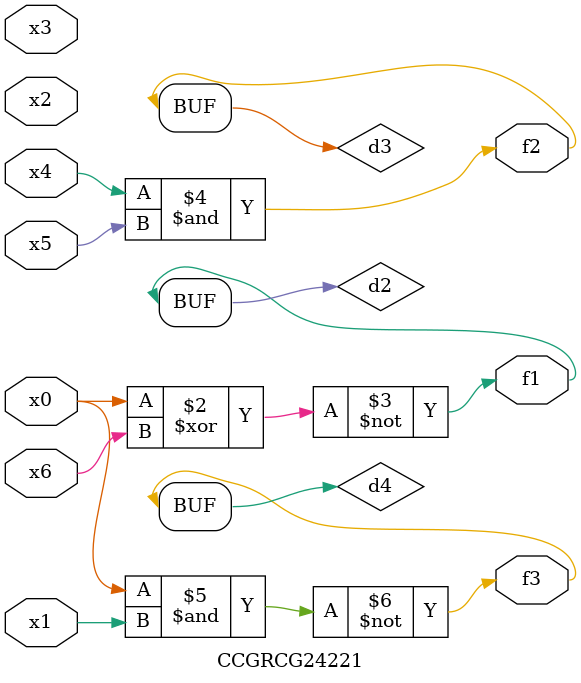
<source format=v>
module CCGRCG24221(
	input x0, x1, x2, x3, x4, x5, x6,
	output f1, f2, f3
);

	wire d1, d2, d3, d4;

	nor (d1, x0);
	xnor (d2, x0, x6);
	and (d3, x4, x5);
	nand (d4, x0, x1);
	assign f1 = d2;
	assign f2 = d3;
	assign f3 = d4;
endmodule

</source>
